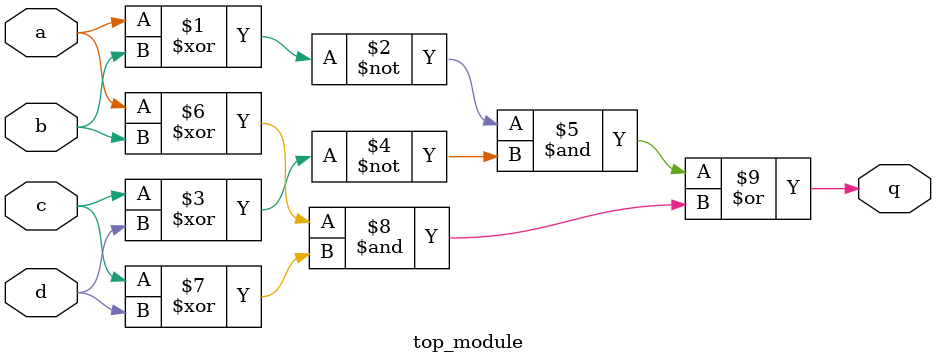
<source format=v>
module top_module (
    input a,
    input b,
    input c,
    input d,
    output q );//

    assign q = ~(a ^ b) & ~(c ^ d) | (a^b)&(c^d);

endmodule

</source>
